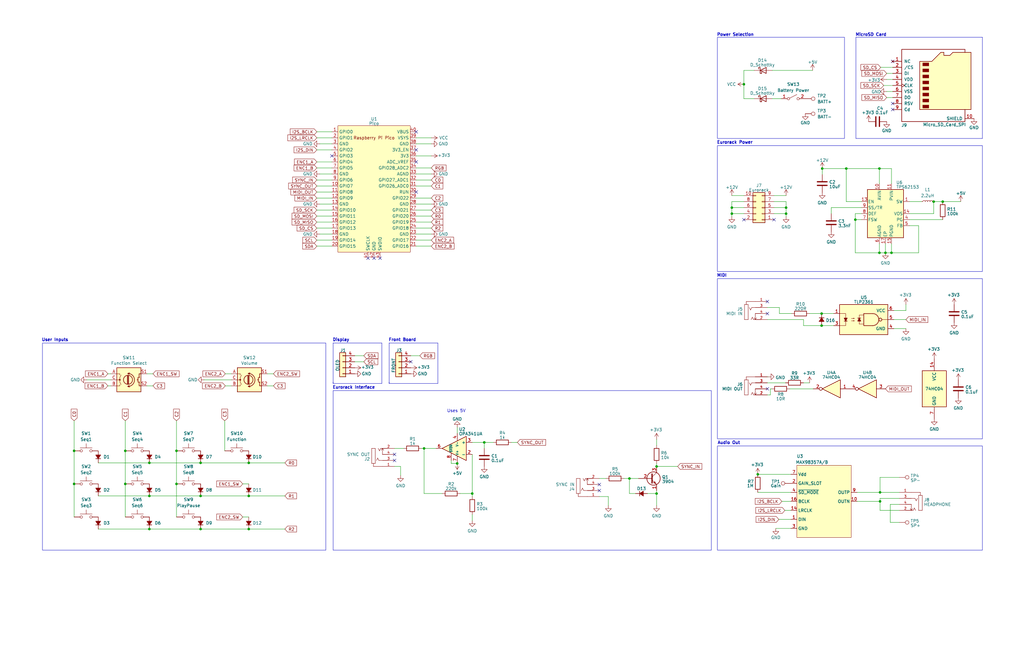
<source format=kicad_sch>
(kicad_sch (version 20230121) (generator eeschema)
  (paper "USLedger")
  (title_block (title "DC31 Syth Badge") (date "2023-05-25") (rev "1.0") (company "DCZia") (comment 1 "@hamster"))
  (junction (at 62.992 223.266))
  (junction (at 104.902 209.296))
  (junction (at 276.86 196.85))
  (junction (at 178.816 189.23))
  (junction (at 31.242 190.246))
  (junction (at 346.456 137.414))
  (junction (at 74.422 190.246))
  (junction (at 192.786 195.58))
  (junction (at 371.094 211.582))
  (junction (at 360.68 92.71))
  (junction (at 62.992 195.326))
  (junction (at 84.582 223.266))
  (junction (at 370.84 71.12))
  (junction (at 265.43 201.93))
  (junction (at 313.69 35.56))
  (junction (at 308.61 90.17))
  (junction (at 371.094 207.772))
  (junction (at 199.136 208.28))
  (junction (at 319.532 200.152))
  (junction (at 393.7 85.09))
  (junction (at 74.422 204.216))
  (junction (at 52.832 190.246))
  (junction (at 375.92 106.68))
  (junction (at 84.582 209.296))
  (junction (at 31.242 204.216))
  (junction (at 204.216 186.69))
  (junction (at 346.456 132.334))
  (junction (at 331.47 90.17))
  (junction (at 104.902 195.326))
  (junction (at 346.71 71.12))
  (junction (at 331.47 87.63))
  (junction (at 370.84 106.68))
  (junction (at 84.582 195.326))
  (junction (at 356.87 71.12))
  (junction (at 373.38 106.68))
  (junction (at 104.902 223.266))
  (junction (at 397.51 85.09))
  (junction (at 276.86 208.28))
  (junction (at 308.61 87.63))
  (junction (at 52.832 204.216))
  (junction (at 62.992 209.296))
  (no_connect (at 252.73 204.47))
  (no_connect (at 175.514 55.626))
  (no_connect (at 323.596 127.254))
  (no_connect (at 175.514 81.026))
  (no_connect (at 252.73 207.01))
  (no_connect (at 313.69 92.71))
  (no_connect (at 173.228 152.654))
  (no_connect (at 323.596 164.084))
  (no_connect (at 323.596 132.334))
  (no_connect (at 166.37 191.77))
  (no_connect (at 376.428 46.228))
  (no_connect (at 139.954 65.786))
  (no_connect (at 166.37 194.31))
  (no_connect (at 175.514 63.246))
  (no_connect (at 160.274 108.966))
  (no_connect (at 326.39 92.71))
  (no_connect (at 376.428 25.908))
  (no_connect (at 155.194 108.966))
  (no_connect (at 175.514 68.326))
  (no_connect (at 376.428 43.688))
  (no_connect (at 157.734 108.966))
  (wire (pts (xy 168.91 196.85) (xy 168.91 200.66)))
  (wire (pts (xy 371.094 211.582) (xy 371.094 210.312)))
  (wire (pts (xy 186.436 208.28) (xy 178.816 208.28)))
  (polyline (pts (xy 140.462 144.78) (xy 140.462 161.798)))
  (polyline (pts (xy 164.084 144.78) (xy 164.084 161.798)))
  (wire (pts (xy 375.92 106.68) (xy 373.38 106.68)))
  (wire (pts (xy 104.902 209.296) (xy 120.142 209.296)))
  (wire (pts (xy 324.866 166.624) (xy 324.866 164.084)))
  (wire (pts (xy 133.604 88.646) (xy 139.954 88.646)))
  (wire (pts (xy 74.422 177.546) (xy 74.422 190.246)))
  (wire (pts (xy 308.61 87.63) (xy 313.69 87.63)))
  (wire (pts (xy 331.47 85.09) (xy 331.47 87.63)))
  (wire (pts (xy 373.888 30.988) (xy 376.428 30.988)))
  (wire (pts (xy 267.97 208.28) (xy 265.43 208.28)))
  (wire (pts (xy 74.422 204.216) (xy 74.422 218.186)))
  (polyline (pts (xy 161.036 161.798) (xy 161.036 144.78)))
  (wire (pts (xy 379.222 212.852) (xy 375.412 212.852)))
  (wire (pts (xy 356.87 71.12) (xy 356.87 85.09)))
  (wire (pts (xy 41.402 209.296) (xy 62.992 209.296)))
  (wire (pts (xy 252.73 201.93) (xy 255.524 201.93)))
  (wire (pts (xy 346.456 137.414) (xy 351.536 137.414)))
  (wire (pts (xy 360.68 92.71) (xy 363.22 92.71)))
  (wire (pts (xy 328.676 129.794) (xy 328.676 132.334)))
  (wire (pts (xy 363.22 90.17) (xy 360.68 90.17)))
  (wire (pts (xy 350.52 87.63) (xy 350.52 90.17)))
  (wire (pts (xy 371.094 211.582) (xy 371.094 215.392)))
  (wire (pts (xy 330.962 215.392) (xy 333.502 215.392)))
  (wire (pts (xy 175.514 58.166) (xy 181.864 58.166)))
  (wire (pts (xy 199.136 191.77) (xy 199.136 208.28)))
  (wire (pts (xy 356.87 85.09) (xy 363.22 85.09)))
  (wire (pts (xy 276.86 208.28) (xy 276.86 213.36)))
  (polyline (pts (xy 161.036 144.78) (xy 140.462 144.78)))
  (wire (pts (xy 104.902 223.266) (xy 120.142 223.266)))
  (wire (pts (xy 308.61 82.55) (xy 313.69 82.55)))
  (wire (pts (xy 325.628 41.656) (xy 329.438 41.656)))
  (wire (pts (xy 94.996 162.814) (xy 97.536 162.814)))
  (polyline (pts (xy 184.658 161.798) (xy 184.658 144.78)))
  (wire (pts (xy 375.412 220.472) (xy 379.222 220.472)))
  (wire (pts (xy 31.242 190.246) (xy 31.242 204.216)))
  (wire (pts (xy 371.348 28.448) (xy 376.428 28.448)))
  (wire (pts (xy 370.84 71.12) (xy 370.84 77.47)))
  (wire (pts (xy 62.992 195.326) (xy 84.582 195.326)))
  (wire (pts (xy 379.222 210.312) (xy 371.094 210.312)))
  (wire (pts (xy 102.362 218.186) (xy 104.902 218.186)))
  (wire (pts (xy 313.69 35.56) (xy 313.69 41.656)))
  (wire (pts (xy 112.776 157.734) (xy 115.316 157.734)))
  (wire (pts (xy 376.936 131.064) (xy 382.016 131.064)))
  (wire (pts (xy 360.68 106.68) (xy 370.84 106.68)))
  (wire (pts (xy 273.05 208.28) (xy 276.86 208.28)))
  (wire (pts (xy 139.954 73.406) (xy 134.874 73.406)))
  (wire (pts (xy 94.742 177.546) (xy 94.742 190.246)))
  (wire (pts (xy 323.596 129.794) (xy 328.676 129.794)))
  (wire (pts (xy 52.832 177.546) (xy 52.832 190.246)))
  (wire (pts (xy 166.37 189.23) (xy 170.18 189.23)))
  (wire (pts (xy 133.604 55.626) (xy 139.954 55.626)))
  (wire (pts (xy 383.54 95.25) (xy 387.35 95.25)))
  (wire (pts (xy 175.514 93.726) (xy 181.864 93.726)))
  (wire (pts (xy 373.888 38.608) (xy 376.428 38.608)))
  (wire (pts (xy 376.936 138.684) (xy 382.016 138.684)))
  (wire (pts (xy 338.836 134.874) (xy 338.836 137.414)))
  (wire (pts (xy 393.7 90.17) (xy 393.7 85.09)))
  (wire (pts (xy 52.832 190.246) (xy 52.832 204.216)))
  (wire (pts (xy 265.43 201.93) (xy 269.24 201.93)))
  (polyline (pts (xy 360.934 15.748) (xy 414.274 15.748)))
  (wire (pts (xy 31.242 177.546) (xy 31.242 190.246)))
  (wire (pts (xy 308.61 87.63) (xy 308.61 90.17)))
  (wire (pts (xy 373.38 102.87) (xy 373.38 106.68)))
  (wire (pts (xy 256.54 209.55) (xy 256.54 213.36)))
  (polyline (pts (xy 140.462 161.798) (xy 161.036 161.798)))
  (wire (pts (xy 382.016 131.064) (xy 382.016 128.524)))
  (wire (pts (xy 313.69 35.56) (xy 313.69 29.718)))
  (wire (pts (xy 139.954 98.806) (xy 134.874 98.806)))
  (wire (pts (xy 175.514 75.946) (xy 181.864 75.946)))
  (wire (pts (xy 133.604 103.886) (xy 139.954 103.886)))
  (wire (pts (xy 190.246 194.31) (xy 190.246 195.58)))
  (wire (pts (xy 175.514 101.346) (xy 181.864 101.346)))
  (wire (pts (xy 360.68 90.17) (xy 360.68 92.71)))
  (polyline (pts (xy 140.462 161.798) (xy 140.462 161.29)))
  (wire (pts (xy 393.7 85.09) (xy 397.51 85.09)))
  (wire (pts (xy 36.576 160.274) (xy 46.736 160.274)))
  (wire (pts (xy 324.866 164.084) (xy 325.374 164.084)))
  (wire (pts (xy 192.786 180.34) (xy 192.786 182.88)))
  (wire (pts (xy 361.442 207.772) (xy 371.094 207.772)))
  (wire (pts (xy 318.008 41.656) (xy 313.69 41.656)))
  (wire (pts (xy 323.596 161.544) (xy 331.216 161.544)))
  (wire (pts (xy 346.456 132.334) (xy 351.536 132.334)))
  (wire (pts (xy 373.888 33.528) (xy 376.428 33.528)))
  (wire (pts (xy 175.514 103.886) (xy 181.864 103.886)))
  (wire (pts (xy 175.514 83.566) (xy 181.864 83.566)))
  (wire (pts (xy 308.61 85.09) (xy 308.61 87.63)))
  (wire (pts (xy 133.604 68.326) (xy 139.954 68.326)))
  (wire (pts (xy 338.836 137.414) (xy 346.456 137.414)))
  (wire (pts (xy 346.71 73.66) (xy 346.71 71.12)))
  (wire (pts (xy 276.86 208.28) (xy 276.86 207.01)))
  (wire (pts (xy 52.832 204.216) (xy 52.832 218.186)))
  (wire (pts (xy 326.39 87.63) (xy 331.47 87.63)))
  (wire (pts (xy 360.68 92.71) (xy 360.68 106.68)))
  (wire (pts (xy 139.954 60.706) (xy 134.874 60.706)))
  (wire (pts (xy 104.902 195.326) (xy 120.142 195.326)))
  (wire (pts (xy 133.604 91.186) (xy 139.954 91.186)))
  (wire (pts (xy 383.54 85.09) (xy 388.62 85.09)))
  (wire (pts (xy 175.514 65.786) (xy 181.864 65.786)))
  (polyline (pts (xy 164.084 144.78) (xy 164.084 144.78)))
  (wire (pts (xy 326.39 82.55) (xy 331.47 82.55)))
  (wire (pts (xy 375.92 102.87) (xy 375.92 106.68)))
  (wire (pts (xy 263.144 201.93) (xy 265.43 201.93)))
  (wire (pts (xy 325.628 29.718) (xy 342.646 29.718)))
  (wire (pts (xy 308.61 90.17) (xy 308.61 91.44)))
  (wire (pts (xy 175.514 78.486) (xy 181.864 78.486)))
  (wire (pts (xy 45.466 162.814) (xy 46.736 162.814)))
  (wire (pts (xy 46.736 157.734) (xy 45.466 157.734)))
  (polyline (pts (xy 184.658 144.78) (xy 164.084 144.78)))
  (wire (pts (xy 370.84 106.68) (xy 373.38 106.68)))
  (wire (pts (xy 204.216 186.69) (xy 204.216 189.23)))
  (wire (pts (xy 363.22 87.63) (xy 350.52 87.63)))
  (wire (pts (xy 194.056 208.28) (xy 199.136 208.28)))
  (wire (pts (xy 133.604 101.346) (xy 139.954 101.346)))
  (wire (pts (xy 375.92 77.47) (xy 375.92 71.12)))
  (wire (pts (xy 376.936 134.874) (xy 382.016 134.874)))
  (polyline (pts (xy 164.084 161.798) (xy 184.658 161.798)))
  (wire (pts (xy 375.412 212.852) (xy 375.412 220.472)))
  (wire (pts (xy 112.776 162.814) (xy 115.316 162.814)))
  (wire (pts (xy 139.954 81.026) (xy 133.604 81.026)))
  (wire (pts (xy 133.604 83.566) (xy 139.954 83.566)))
  (wire (pts (xy 361.442 211.582) (xy 371.094 211.582)))
  (wire (pts (xy 190.246 195.58) (xy 192.786 195.58)))
  (wire (pts (xy 139.954 86.106) (xy 134.874 86.106)))
  (wire (pts (xy 153.416 150.114) (xy 149.606 150.114)))
  (wire (pts (xy 331.47 90.17) (xy 331.47 91.44)))
  (wire (pts (xy 346.71 71.12) (xy 356.87 71.12)))
  (wire (pts (xy 276.86 195.58) (xy 276.86 196.85)))
  (wire (pts (xy 139.954 78.486) (xy 133.604 78.486)))
  (wire (pts (xy 383.54 92.71) (xy 397.51 92.71)))
  (wire (pts (xy 379.222 207.772) (xy 371.094 207.772)))
  (polyline (pts (xy 414.274 58.42) (xy 414.274 15.748)))
  (wire (pts (xy 338.836 161.544) (xy 341.376 161.544)))
  (wire (pts (xy 276.86 185.42) (xy 276.86 187.96)))
  (wire (pts (xy 199.136 217.17) (xy 199.136 219.71)))
  (wire (pts (xy 379.222 215.392) (xy 371.094 215.392)))
  (polyline (pts (xy 140.462 144.78) (xy 140.462 144.78)))
  (wire (pts (xy 133.604 58.166) (xy 139.954 58.166)))
  (wire (pts (xy 84.582 195.326) (xy 104.902 195.326)))
  (wire (pts (xy 265.43 208.28) (xy 265.43 201.93)))
  (wire (pts (xy 387.35 95.25) (xy 387.35 106.68)))
  (wire (pts (xy 97.536 157.734) (xy 94.996 157.734)))
  (wire (pts (xy 372.618 36.068) (xy 376.428 36.068)))
  (wire (pts (xy 175.514 60.706) (xy 181.864 60.706)))
  (wire (pts (xy 252.73 209.55) (xy 256.54 209.55)))
  (wire (pts (xy 62.992 223.266) (xy 84.582 223.266)))
  (wire (pts (xy 178.816 189.23) (xy 183.896 189.23)))
  (wire (pts (xy 175.514 98.806) (xy 181.864 98.806)))
  (wire (pts (xy 133.604 75.946) (xy 139.954 75.946)))
  (wire (pts (xy 166.37 196.85) (xy 168.91 196.85)))
  (wire (pts (xy 375.92 71.12) (xy 370.84 71.12)))
  (wire (pts (xy 323.596 134.874) (xy 338.836 134.874)))
  (wire (pts (xy 175.514 86.106) (xy 181.864 86.106)))
  (wire (pts (xy 133.604 63.246) (xy 139.954 63.246)))
  (wire (pts (xy 133.604 70.866) (xy 139.954 70.866)))
  (wire (pts (xy 329.692 211.582) (xy 333.502 211.582)))
  (wire (pts (xy 370.84 71.12) (xy 356.87 71.12)))
  (wire (pts (xy 177.038 150.114) (xy 173.228 150.114)))
  (wire (pts (xy 133.604 93.726) (xy 139.954 93.726)))
  (wire (pts (xy 379.222 201.422) (xy 371.094 201.422)))
  (wire (pts (xy 323.596 159.004) (xy 323.85 159.004)))
  (wire (pts (xy 323.596 166.624) (xy 324.866 166.624)))
  (wire (pts (xy 41.402 223.266) (xy 62.992 223.266)))
  (wire (pts (xy 373.888 41.148) (xy 376.428 41.148)))
  (wire (pts (xy 74.422 190.246) (xy 74.422 204.216)))
  (wire (pts (xy 86.106 160.274) (xy 97.536 160.274)))
  (polyline (pts (xy 360.934 58.42) (xy 414.274 58.42)))
  (wire (pts (xy 327.152 223.012) (xy 333.502 223.012)))
  (wire (pts (xy 328.676 132.334) (xy 333.756 132.334)))
  (wire (pts (xy 332.994 164.084) (xy 342.9 164.084)))
  (wire (pts (xy 341.376 132.334) (xy 346.456 132.334)))
  (wire (pts (xy 175.514 96.266) (xy 181.864 96.266)))
  (wire (pts (xy 153.416 152.654) (xy 149.606 152.654)))
  (wire (pts (xy 326.39 90.17) (xy 331.47 90.17)))
  (wire (pts (xy 41.402 195.326) (xy 62.992 195.326)))
  (wire (pts (xy 175.514 91.186) (xy 181.864 91.186)))
  (wire (pts (xy 177.8 189.23) (xy 178.816 189.23)))
  (wire (pts (xy 387.35 106.68) (xy 375.92 106.68)))
  (wire (pts (xy 308.61 90.17) (xy 313.69 90.17)))
  (polyline (pts (xy 360.934 15.748) (xy 360.934 58.42)))
  (wire (pts (xy 175.514 88.646) (xy 181.864 88.646)))
  (wire (pts (xy 133.604 96.266) (xy 139.954 96.266)))
  (wire (pts (xy 328.422 219.202) (xy 333.502 219.202)))
  (wire (pts (xy 61.976 162.814) (xy 64.516 162.814)))
  (wire (pts (xy 313.69 85.09) (xy 308.61 85.09)))
  (wire (pts (xy 199.136 186.69) (xy 204.216 186.69)))
  (wire (pts (xy 383.54 90.17) (xy 393.7 90.17)))
  (wire (pts (xy 397.51 85.09) (xy 405.13 85.09)))
  (polyline (pts (xy 164.084 161.798) (xy 164.084 161.29)))
  (wire (pts (xy 61.976 157.734) (xy 64.516 157.734)))
  (wire (pts (xy 333.502 207.772) (xy 319.532 207.772)))
  (wire (pts (xy 199.136 208.28) (xy 199.136 209.55)))
  (wire (pts (xy 178.816 208.28) (xy 178.816 189.23)))
  (wire (pts (xy 175.514 70.866) (xy 181.864 70.866)))
  (wire (pts (xy 204.216 186.69) (xy 208.026 186.69)))
  (wire (pts (xy 102.362 204.216) (xy 104.902 204.216)))
  (wire (pts (xy 326.39 85.09) (xy 331.47 85.09)))
  (wire (pts (xy 84.582 209.296) (xy 104.902 209.296)))
  (wire (pts (xy 331.47 87.63) (xy 331.47 90.17)))
  (wire (pts (xy 370.84 102.87) (xy 370.84 106.68)))
  (wire (pts (xy 276.86 196.85) (xy 285.75 196.85)))
  (wire (pts (xy 62.992 209.296) (xy 84.582 209.296)))
  (wire (pts (xy 215.646 186.69) (xy 218.186 186.69)))
  (wire (pts (xy 31.242 204.216) (xy 31.242 218.186)))
  (wire (pts (xy 175.514 73.406) (xy 181.864 73.406)))
  (wire (pts (xy 319.532 200.152) (xy 333.502 200.152)))
  (wire (pts (xy 371.094 201.422) (xy 371.094 207.772)))
  (wire (pts (xy 313.69 29.718) (xy 318.008 29.718)))
  (wire (pts (xy 84.582 223.266) (xy 104.902 223.266)))
  (rectangle (start 302.514 188.214) (end 414.274 232.156))
  (rectangle (start 140.462 164.846) (end 299.974 232.156))
  (rectangle (start 17.907 144.78) (end 137.414 232.156))
  (rectangle (start 302.514 61.468) (end 414.274 114.554))
  (rectangle (start 302.514 117.602) (end 414.274 185.166))
  (rectangle (start 302.514 15.748) (end 356.108 58.42))
  (text "Uses 5V" (at 188.468 174.244 0) (effects (font (size 1.27 1.27)) (justify left bottom)))
  (text "Display" (at 140.208 144.272 0) (effects (font (size 1.27 1.27) (thickness 0.254) bold) (justify left bottom)))
  (text "Power Selection" (at 302.26 15.494 0) (effects (font (size 1.27 1.27) (thickness 0.254) bold) (justify left bottom)))
  (text "User Inputs" (at 17.526 144.272 0) (effects (font (size 1.27 1.27) (thickness 0.254) bold) (justify left bottom)))
  (text "MicroSD Card" (at 360.68 15.494 0) (effects (font (size 1.27 1.27) (thickness 0.254) bold) (justify left bottom)))
  (text "Audio Out" (at 302.514 187.706 0) (effects (font (size 1.27 1.27) (thickness 0.254) bold) (justify left bottom)))
  (text "MIDI" (at 302.26 117.094 0) (effects (font (size 1.27 1.27) (thickness 0.254) bold) (justify left bottom)))
  (text "Eurorack Power" (at 302.26 60.96 0) (effects (font (size 1.27 1.27) (thickness 0.254) bold) (justify left bottom)))
  (text "Front Board" (at 163.83 144.272 0) (effects (font (size 1.27 1.27) (thickness 0.254) bold) (justify left bottom)))
  (text "Eurorack Interface" (at 140.208 164.338 0) (effects (font (size 1.27 1.27) (thickness 0.254) bold) (justify left bottom)))
  (global_label "SD_SCK" (shape input) (at 133.604 88.646 180) (property "Intersheetrefs" "${INTERSHEET_REFS}" (effects hide)))
  (global_label "SDA" (shape input) (at 153.416 150.114 0) (property "Intersheetrefs" "${INTERSHEET_REFS}" (effects hide)))
  (global_label "R0" (shape input) (at 120.142 195.326 0) (property "Intersheetrefs" "${INTERSHEET_REFS}" (effects hide)))
  (global_label "I2S_BCLK" (shape input) (at 133.604 55.626 180) (property "Intersheetrefs" "${INTERSHEET_REFS}" (effects hide)))
  (global_label "I2S_LRCLK" (shape input) (at 330.962 215.392 180) (property "Intersheetrefs" "${INTERSHEET_REFS}" (effects hide)))
  (global_label "I2S_LRCLK" (shape input) (at 133.604 58.166 180) (property "Intersheetrefs" "${INTERSHEET_REFS}" (effects hide)))
  (global_label "R0" (shape input) (at 181.864 91.186 0) (property "Intersheetrefs" "${INTERSHEET_REFS}" (effects hide)))
  (global_label "SYNC_IN" (shape input) (at 285.75 196.85 0) (property "Intersheetrefs" "${INTERSHEET_REFS}" (effects hide)))
  (global_label "SCL" (shape input) (at 133.604 101.346 180) (property "Intersheetrefs" "${INTERSHEET_REFS}" (effects hide)))
  (global_label "C3" (shape input) (at 115.316 162.814 0) (property "Intersheetrefs" "${INTERSHEET_REFS}" (effects hide)))
  (global_label "MIDI_IN" (shape input) (at 382.016 134.874 0) (property "Intersheetrefs" "${INTERSHEET_REFS}" (effects hide)))
  (global_label "SD_MOSI" (shape input) (at 373.888 30.988 180) (property "Intersheetrefs" "${INTERSHEET_REFS}" (effects hide)))
  (global_label "SD_CS" (shape input) (at 133.604 96.266 180) (property "Intersheetrefs" "${INTERSHEET_REFS}" (effects hide)))
  (global_label "I2S_DIN" (shape input) (at 328.422 219.202 180) (property "Intersheetrefs" "${INTERSHEET_REFS}" (effects hide)))
  (global_label "SDA" (shape input) (at 133.604 103.886 180) (property "Intersheetrefs" "${INTERSHEET_REFS}" (effects hide)))
  (global_label "SD_MISO" (shape input) (at 133.604 93.726 180) (property "Intersheetrefs" "${INTERSHEET_REFS}" (effects hide)))
  (global_label "C2" (shape input) (at 181.864 83.566 0) (property "Intersheetrefs" "${INTERSHEET_REFS}" (effects hide)))
  (global_label "C1" (shape input) (at 181.864 78.486 0) (property "Intersheetrefs" "${INTERSHEET_REFS}" (effects hide)))
  (global_label "C3" (shape input) (at 181.864 88.646 0) (property "Intersheetrefs" "${INTERSHEET_REFS}" (effects hide)))
  (global_label "SYNC_IN" (shape input) (at 133.604 75.946 180) (property "Intersheetrefs" "${INTERSHEET_REFS}" (effects hide)))
  (global_label "ENC2_B" (shape input) (at 181.864 103.886 0) (property "Intersheetrefs" "${INTERSHEET_REFS}" (effects hide)))
  (global_label "ENC1_B" (shape input) (at 133.604 70.866 180) (property "Intersheetrefs" "${INTERSHEET_REFS}" (effects hide)))
  (global_label "I2S_BCLK" (shape input) (at 329.692 211.582 180) (property "Intersheetrefs" "${INTERSHEET_REFS}" (effects hide)))
  (global_label "ENC2_B" (shape input) (at 94.996 162.814 180) (property "Intersheetrefs" "${INTERSHEET_REFS}" (effects hide)))
  (global_label "SD_MOSI" (shape input) (at 133.604 91.186 180) (property "Intersheetrefs" "${INTERSHEET_REFS}" (effects hide)))
  (global_label "R2" (shape input) (at 120.142 223.266 0) (property "Intersheetrefs" "${INTERSHEET_REFS}" (effects hide)))
  (global_label "ENC1_A" (shape input) (at 45.466 157.734 180) (property "Intersheetrefs" "${INTERSHEET_REFS}" (effects hide)))
  (global_label "MIDI_OUT" (shape input) (at 133.604 81.026 180) (property "Intersheetrefs" "${INTERSHEET_REFS}" (effects hide)))
  (global_label "C0" (shape input) (at 31.242 177.546 90) (property "Intersheetrefs" "${INTERSHEET_REFS}" (effects hide)))
  (global_label "ENC1_A" (shape input) (at 133.604 68.326 180) (property "Intersheetrefs" "${INTERSHEET_REFS}" (effects hide)))
  (global_label "SD_CS" (shape input) (at 371.348 28.448 180) (property "Intersheetrefs" "${INTERSHEET_REFS}" (effects hide)))
  (global_label "ENC1_SW" (shape input) (at 102.362 204.216 180) (property "Intersheetrefs" "${INTERSHEET_REFS}" (effects hide)))
  (global_label "SYNC_OUT" (shape input) (at 218.186 186.69 0) (property "Intersheetrefs" "${INTERSHEET_REFS}" (effects hide)))
  (global_label "ENC2_SW" (shape input) (at 115.316 157.734 0) (property "Intersheetrefs" "${INTERSHEET_REFS}" (effects hide)))
  (global_label "I2S_DIN" (shape input) (at 133.604 63.246 180) (property "Intersheetrefs" "${INTERSHEET_REFS}" (effects hide)))
  (global_label "R1" (shape input) (at 181.864 93.726 0) (property "Intersheetrefs" "${INTERSHEET_REFS}" (effects hide)))
  (global_label "R1" (shape input) (at 120.142 209.296 0) (property "Intersheetrefs" "${INTERSHEET_REFS}" (effects hide)))
  (global_label "MIDI_OUT" (shape input) (at 373.38 164.084 0) (property "Intersheetrefs" "${INTERSHEET_REFS}" (effects hide)))
  (global_label "C0" (shape input) (at 181.864 75.946 0) (property "Intersheetrefs" "${INTERSHEET_REFS}" (effects hide)))
  (global_label "C3" (shape input) (at 64.516 162.814 0) (property "Intersheetrefs" "${INTERSHEET_REFS}" (effects hide)))
  (global_label "RGB" (shape input) (at 177.038 150.114 0) (property "Intersheetrefs" "${INTERSHEET_REFS}" (effects hide)))
  (global_label "R2" (shape input) (at 181.864 96.266 0) (property "Intersheetrefs" "${INTERSHEET_REFS}" (effects hide)))
  (global_label "ENC2_SW" (shape input) (at 102.362 218.186 180) (property "Intersheetrefs" "${INTERSHEET_REFS}" (effects hide)))
  (global_label "SCL" (shape input) (at 153.416 152.654 0) (property "Intersheetrefs" "${INTERSHEET_REFS}" (effects hide)))
  (global_label "MIDI_IN" (shape input) (at 133.604 83.566 180) (property "Intersheetrefs" "${INTERSHEET_REFS}" (effects hide)))
  (global_label "RGB" (shape input) (at 181.864 70.866 0) (property "Intersheetrefs" "${INTERSHEET_REFS}" (effects hide)))
  (global_label "C1" (shape input) (at 52.832 177.546 90) (property "Intersheetrefs" "${INTERSHEET_REFS}" (effects hide)))
  (global_label "SYNC_OUT" (shape input) (at 133.604 78.486 180) (property "Intersheetrefs" "${INTERSHEET_REFS}" (effects hide)))
  (global_label "C3" (shape input) (at 94.742 177.546 90) (property "Intersheetrefs" "${INTERSHEET_REFS}" (effects hide)))
  (global_label "ENC2_A" (shape input) (at 94.996 157.734 180) (property "Intersheetrefs" "${INTERSHEET_REFS}" (effects hide)))
  (global_label "SD_SCK" (shape input) (at 372.618 36.068 180) (property "Intersheetrefs" "${INTERSHEET_REFS}" (effects hide)))
  (global_label "ENC1_B" (shape input) (at 45.466 162.814 180) (property "Intersheetrefs" "${INTERSHEET_REFS}" (effects hide)))
  (global_label "ENC2_A" (shape input) (at 181.864 101.346 0) (property "Intersheetrefs" "${INTERSHEET_REFS}" (effects hide)))
  (global_label "C2" (shape input) (at 74.422 177.546 90) (property "Intersheetrefs" "${INTERSHEET_REFS}" (effects hide)))
  (global_label "SD_MISO" (shape input) (at 373.888 41.148 180) (property "Intersheetrefs" "${INTERSHEET_REFS}" (effects hide)))
  (global_label "ENC1_SW" (shape input) (at 64.516 157.734 0) (property "Intersheetrefs" "${INTERSHEET_REFS}" (effects hide)))
  (symbol (lib_id "Switch:SW_Push") (at 36.322 204.216 0) (unit 1)
    (property "Reference" "SW2" (at 36.322 196.85 0))
    (property "Value" "Seq2" (at 36.322 199.39 0))
    (property "Footprint" "lib_fp:MX-Alps-Choc-1U" (effects hide))
  )
  (symbol (lib_id "power:GND") (at 373.38 106.68 0) (unit 1)
    (property "Reference" "#PWR040" (effects hide))
    (property "Value" "GND" (at 373.38 111.0044 0))
  )
  (symbol (lib_id "Device:D_Small_Filled") (at 41.402 220.726 90) (unit 1)
    (property "Reference" "D3" (at 44.958 220.726 90))
    (property "Value" "D_Small_Filled" (effects hide))
    (property "Footprint" "Diode_SMD:D_SOD-123" (effects hide))
    (property "Sim.Device" "D" (effects hide))
    (property "Sim.Pins" "1=K 2=A" (effects hide))
  )
  (symbol (lib_id "Device:R") (at 190.246 208.28 90) (unit 1)
    (property "Reference" "R2" (at 190.246 204.2541 90))
    (property "Value" "220k" (at 190.246 206.1751 90))
    (property "Footprint" "Resistor_SMD:R_0603_1608Metric" (effects hide))
  )
  (symbol (lib_id "power:+12V") (at 346.71 71.12 0) (unit 1)
    (property "Reference" "#PWR036" (effects hide))
    (property "Value" "+12V" (at 346.71 67.6181 0))
  )
  (symbol (lib_id "Device:D_Small_Filled") (at 62.992 206.756 90) (unit 1)
    (property "Reference" "D5" (at 66.548 206.756 90))
    (property "Value" "D_Small_Filled" (effects hide))
    (property "Footprint" "Diode_SMD:D_SOD-123" (effects hide))
    (property "Sim.Device" "D" (effects hide))
    (property "Sim.Pins" "1=K 2=A" (effects hide))
  )
  (symbol (lib_id "74xx:74HC04") (at 350.52 164.084 180) (unit 1)
    (property "Reference" "U4" (at 350.52 157.2641 0))
    (property "Value" "74HC04" (at 350.52 159.1851 0))
    (property "Footprint" "PCM_Package_SO_AKL:TSSOP-14_4.4x5mm_P0.65mm" (effects hide))
    (property "Datasheet" "https://assets.nexperia.com/documents/data-sheet/74HC_HCT04.pdf" (effects hide))
  )
  (symbol (lib_id "Connector:TestPoint") (at 339.598 48.006 270) (unit 1)
    (property "Reference" "TP3" (at 344.678 46.736 90) (effects (justify left)))
    (property "Value" "BATT-" (at 344.678 49.276 90) (effects (justify left)))
    (property "Footprint" "TestPoint:TestPoint_Pad_1.5x1.5mm" (effects hide))
  )
  (symbol (lib_id "power:GND") (at 181.864 98.806 90) (unit 1)
    (property "Reference" "#PWR015" (effects hide))
    (property "Value" "GND" (at 186.944 98.806 90))
  )
  (symbol (lib_id "power:+3V3") (at 404.114 160.274 0) (unit 1)
    (property "Reference" "#PWR050" (effects hide))
    (property "Value" "+3V3" (at 403.86 156.21 0))
  )
  (symbol (lib_id "Switch:SW_Push") (at 79.502 204.216 0) (unit 1)
    (property "Reference" "SW8" (at 79.502 196.85 0))
    (property "Value" "Seq8" (at 79.502 199.39 0))
    (property "Footprint" "lib_fp:MX-Alps-Choc-1U" (effects hide))
  )
  (symbol (lib_id "power:GND") (at 134.874 73.406 270) (unit 1)
    (property "Reference" "#PWR02" (effects hide))
    (property "Value" "GND" (at 129.794 73.406 90))
  )
  (symbol (lib_id "power:GND") (at 168.91 200.66 0) (unit 1)
    (property "Reference" "#PWR07" (effects hide))
    (property "Value" "GND" (at 168.91 204.9844 0))
  )
  (symbol (lib_id "Device:D_Small_Filled") (at 62.992 220.726 90) (unit 1)
    (property "Reference" "D6" (at 66.548 220.726 90))
    (property "Value" "D_Small_Filled" (effects hide))
    (property "Footprint" "Diode_SMD:D_SOD-123" (effects hide))
    (property "Sim.Device" "D" (effects hide))
    (property "Sim.Pins" "1=K 2=A" (effects hide))
  )
  (symbol (lib_id "Device:R") (at 173.99 189.23 90) (unit 1)
    (property "Reference" "R1" (at 173.99 185.2041 90))
    (property "Value" "1k" (at 173.99 187.1251 90))
    (property "Footprint" "Resistor_SMD:R_0603_1608Metric" (effects hide))
  )
  (symbol (lib_id "power:GND") (at 402.336 136.144 0) (unit 1)
    (property "Reference" "#PWR049" (effects hide))
    (property "Value" "GND" (at 402.336 140.4684 0))
  )
  (symbol (lib_id "power:+3V3") (at 366.268 51.308 0) (unit 1)
    (property "Reference" "#PWR039" (effects hide))
    (property "Value" "+3V3" (at 366.014 47.498 0))
  )
  (symbol (lib_id "power:GND") (at 382.016 138.684 0) (unit 1)
    (property "Reference" "#PWR045" (effects hide))
    (property "Value" "GND" (at 382.016 143.0084 0))
  )
  (symbol (lib_id "Device:C") (at 350.52 93.98 0) (unit 1)
    (property "Reference" "C3" (at 353.441 93.3363 0) (effects (justify left)))
    (property "Value" "3.3nF" (at 353.441 95.2573 0) (effects (justify left)))
    (property "Footprint" "Capacitor_SMD:C_0603_1608Metric" (effects hide))
  )
  (symbol (lib_id "Device:D_Small_Filled") (at 84.582 206.756 90) (unit 1)
    (property "Reference" "D8" (at 88.138 206.756 90))
    (property "Value" "D_Small_Filled" (effects hide))
    (property "Footprint" "Diode_SMD:D_SOD-123" (effects hide))
    (property "Sim.Device" "D" (effects hide))
    (property "Sim.Pins" "1=K 2=A" (effects hide))
  )
  (symbol (lib_id "Switch:SW_Push") (at 79.502 218.186 0) (unit 1)
    (property "Reference" "SW9" (at 79.502 210.82 0))
    (property "Value" "PlayPause" (at 79.502 213.36 0))
    (property "Footprint" "lib_fp:MX-Alps-Choc-1U" (effects hide))
  )
  (symbol (lib_id "power:+5V") (at 342.646 29.718 0) (unit 1)
    (property "Reference" "#PWR034" (effects hide))
    (property "Value" "+5V" (at 342.646 26.2161 0))
  )
  (symbol (lib_id "power:GND") (at 350.52 97.79 0) (unit 1)
    (property "Reference" "#PWR038" (effects hide))
    (property "Value" "GND" (at 350.52 102.1144 0))
  )
  (symbol (lib_id "Device:Q_NPN_EBC") (at 274.32 201.93 0) (unit 1)
    (property "Reference" "Q1" (at 279.1714 201.2863 0) (effects (justify left)))
    (property "Value" "3904" (at 279.1714 203.2073 0) (effects (justify left)))
    (property "Footprint" "Package_TO_SOT_SMD:SOT-23" (effects hide))
    (property "Sim.Device" "NPN" (effects hide))
    (property "Sim.Type" "GUMMELPOON" (effects hide))
    (property "Sim.Pins" "1=C 2=B 3=E" (effects hide))
  )
  (symbol (lib_id "Device:R") (at 259.334 201.93 90) (unit 1)
    (property "Reference" "R5" (at 259.334 197.9041 90))
    (property "Value" "100k" (at 259.334 199.8251 90))
    (property "Footprint" "Resistor_SMD:R_0603_1608Metric" (effects hide))
  )
  (symbol (lib_id "Switch:SW_Push") (at 57.912 218.186 0) (unit 1)
    (property "Reference" "SW6" (at 57.912 210.82 0))
    (property "Value" "Seq6" (at 57.912 213.36 0))
    (property "Footprint" "lib_fp:MX-Alps-Choc-1U" (effects hide))
  )
  (symbol (lib_id "power:VCC") (at 313.69 35.56 90) (unit 1)
    (property "Reference" "#PWR027" (effects hide))
    (property "Value" "VCC" (at 310.388 35.56 90) (effects (justify left)))
  )
  (symbol (lib_id "power:GND") (at 134.874 60.706 270) (unit 1)
    (property "Reference" "#PWR01" (effects hide))
    (property "Value" "GND" (at 129.794 60.706 90))
  )
  (symbol (lib_id "MicroSD-Retention:Micro_SD_Card_SPI_Seeed-MicroSD-SPI-Seeed") (at 394.208 34.798 0) (unit 1)
    (property "Reference" "J9" (at 381.254 52.832 0))
    (property "Value" "Micro_SD_Card_SPI" (at 398.272 52.578 0))
    (property "Footprint" "lib_fp:MicroSD-Socket-Seeed-320090008" (effects hide))
    (property "Datasheet" "https://statics3.seeedstudio.com/images/opl/datasheet/320090008.pdf" (effects hide))
  )
  (symbol (lib_id "power:+12V") (at 331.47 82.55 0) (unit 1)
    (property "Reference" "#PWR031" (effects hide))
    (property "Value" "+12V" (at 331.47 79.0481 0))
  )
  (symbol (lib_id "Device:D_Schottky") (at 321.818 29.718 0) (unit 1)
    (property "Reference" "D14" (at 321.5005 25.4381 0))
    (property "Value" "D_Schottky" (at 321.5005 27.3591 0))
  )
  (symbol (lib_id "power:GND") (at 339.598 48.006 0) (unit 1)
    (property "Reference" "#PWR033" (effects hide))
    (property "Value" "GND" (at 339.598 51.816 0))
  )
  (symbol (lib_id "power:+3V3") (at 149.606 155.194 270) (unit 1)
    (property "Reference" "#PWR05" (effects hide))
    (property "Value" "+3V3" (at 154.94 154.94 90))
  )
  (symbol (lib_id "power:GND") (at 327.152 223.012 0) (unit 1)
    (property "Reference" "#PWR030" (effects hide))
    (property "Value" "GND" (at 327.152 226.822 0))
  )
  (symbol (lib_id "power:GND") (at 276.86 213.36 0) (unit 1)
    (property "Reference" "#PWR023" (effects hide))
    (property "Value" "GND" (at 276.86 217.6844 0))
  )
  (symbol (lib_id "power:+3V3") (at 373.888 33.528 90) (unit 1)
    (property "Reference" "#PWR041" (effects hide))
    (property "Value" "+3V3" (at 368.554 33.782 90))
  )
  (symbol (lib_id "Connector:TestPoint") (at 339.598 41.656 270) (unit 1)
    (property "Reference" "TP2" (at 344.678 40.386 90) (effects (justify left)))
    (property "Value" "BATT+" (at 344.678 42.926 90) (effects (justify left)))
    (property "Footprint" "TestPoint:TestPoint_Pad_1.5x1.5mm" (effects hide))
  )
  (symbol (lib_id "47257-0001:47257-0001") (at 161.29 191.77 180) (unit 1)
    (property "Reference" "J2" (at 156.0068 193.6837 0) (effects (justify left)))
    (property "Value" "SYNC OUT" (at 156.0068 191.7627 0) (effects (justify left)))
    (property "Footprint" "lib_fp:MOLEX_47257-0001" (effects hide))
    (property "PARTREV" "D" (effects hide))
    (property "MANUFACTURER" "Molex" (effects hide))
    (property "MAXIMUM_PACKAGE_HEIGHT" "16.3mm" (effects hide))
    (property "STANDARD" "Manufacturer Recommendations" (effects hide))
  )
  (symbol (lib_id "Device:C") (at 404.114 164.084 0) (unit 1)
    (property "Reference" "C6" (at 407.035 163.4403 0) (effects (justify left)))
    (property "Value" "0.1uF" (at 407.035 165.3613 0) (effects (justify left)))
    (property "Footprint" "Capacitor_SMD:C_0603_1608Metric" (effects hide))
  )
  (symbol (lib_id "power:+3V3") (at 181.864 65.786 270) (unit 1)
    (property "Reference" "#PWR012" (effects hide))
    (property "Value" "+3V3" (at 187.198 65.532 90))
  )
  (symbol (lib_id "Connector:TestPoint") (at 379.222 201.422 270) (unit 1)
    (property "Reference" "TP4" (at 383.921 200.7783 90) (effects (justify left)))
    (property "Value" "SP-" (at 383.921 202.6993 90) (effects (justify left)))
    (property "Footprint" "TestPoint:TestPoint_Pad_1.5x1.5mm" (effects hide))
  )
  (symbol (lib_id "power:GND") (at 36.576 160.274 270) (unit 1)
    (property "Reference" "#PWR021" (effects hide))
    (property "Value" "GND" (at 31.75 160.274 90))
  )
  (symbol (lib_id "power:GND") (at 134.874 98.806 270) (unit 1)
    (property "Reference" "#PWR04" (effects hide))
    (property "Value" "GND" (at 129.794 98.806 90))
  )
  (symbol (lib_id "Connector_Generic:Conn_01x04") (at 144.526 155.194 180) (unit 1)
    (property "Reference" "J1" (at 144.653 147.828 0))
    (property "Value" "OLED" (at 142.367 154.178 90))
    (property "Footprint" "lib_fp:OLED" (effects hide))
  )
  (symbol (lib_id "power:GND") (at 323.85 159.004 90) (unit 1)
    (property "Reference" "#PWR029" (effects hide))
    (property "Value" "GND" (at 327.025 159.3208 90) (effects (justify right)))
  )
  (symbol (lib_id "Switch:SW_Push") (at 57.912 204.216 0) (unit 1)
    (property "Reference" "SW5" (at 57.912 196.85 0))
    (property "Value" "Seq5" (at 57.912 199.39 0))
    (property "Footprint" "lib_fp:MX-Alps-Choc-1U" (effects hide))
  )
  (symbol (lib_id "47257-0001:47257-0001") (at 318.516 132.334 0) (mirror y) (unit 1)
    (property "Reference" "J5" (at 313.2328 130.4203 0) (effects (justify left)))
    (property "Value" "MIDI IN" (at 313.2328 132.3413 0) (effects (justify left)))
    (property "Footprint" "lib_fp:MOLEX_47257-0001" (effects hide))
    (property "PARTREV" "D" (effects hide))
    (property "MANUFACTURER" "Molex" (effects hide))
    (property "MAXIMUM_PACKAGE_HEIGHT" "16.3mm" (effects hide))
    (property "STANDARD" "Manufacturer Recommendations" (effects hide))
  )
  (symbol (lib_id "47257-0001:47257-0001") (at 318.516 164.084 0) (mirror y) (unit 1)
    (property "Reference" "J6" (at 313.2328 162.1703 0) (effects (justify left)))
    (property "Value" "MIDI OUT" (at 313.2328 164.0913 0) (effects (justify left)))
    (property "Footprint" "lib_fp:MOLEX_47257-0001" (effects hide))
    (property "PARTREV" "D" (effects hide))
    (property "MANUFACTURER" "Molex" (effects hide))
    (property "MAXIMUM_PACKAGE_HEIGHT" "16.3mm" (effects hide))
    (property "STANDARD" "Manufacturer Recommendations" (effects hide))
  )
  (symbol (lib_id "Device:D_Small_Filled") (at 62.992 192.786 90) (unit 1)
    (property "Reference" "D4" (at 66.548 192.786 90))
    (property "Value" "D_Small_Filled" (effects hide))
    (property "Footprint" "Diode_SMD:D_SOD-123" (effects hide))
    (property "Sim.Device" "D" (effects hide))
    (property "Sim.Pins" "1=K 2=A" (effects hide))
  )
  (symbol (lib_id "power:GND") (at 199.136 219.71 0) (unit 1)
    (property "Reference" "#PWR018" (effects hide))
    (property "Value" "GND" (at 199.136 224.0344 0))
  )
  (symbol (lib_id "Connector_Generic:Conn_01x04") (at 168.148 155.194 180) (unit 1)
    (property "Reference" "J3" (at 168.275 147.828 0))
    (property "Value" "FRONT" (at 165.989 154.178 90))
    (property "Footprint" "lib_fp:OLED" (effects hide))
  )
  (symbol (lib_id "power:GND") (at 149.606 157.734 90) (unit 1)
    (property "Reference" "#PWR06" (effects hide))
    (property "Value" "GND" (at 154.559 157.734 90))
  )
  (symbol (lib_id "Switch:SW_Push") (at 57.912 190.246 0) (unit 1)
    (property "Reference" "SW4" (at 57.912 182.88 0))
    (property "Value" "Seq4" (at 57.912 185.42 0))
    (property "Footprint" "lib_fp:MX-Alps-Choc-1U" (effects hide))
  )
  (symbol (lib_id "Device:D_Small_Filled") (at 104.902 220.726 90) (unit 1)
    (property "Reference" "D12" (at 108.458 220.726 90))
    (property "Value" "D_Small_Filled" (effects hide))
    (property "Footprint" "Diode_SMD:D_SOD-123" (effects hide))
    (property "Sim.Device" "D" (effects hide))
    (property "Sim.Pins" "1=K 2=A" (effects hide))
  )
  (symbol (lib_id "Device:D_Small_Filled") (at 104.902 206.756 90) (unit 1)
    (property "Reference" "D11" (at 108.458 206.756 90))
    (property "Value" "D_Small_Filled" (effects hide))
    (property "Footprint" "Diode_SMD:D_SOD-123" (effects hide))
    (property "Sim.Device" "D" (effects hide))
    (property "Sim.Pins" "1=K 2=A" (effects hide))
  )
  (symbol (lib_id "power:GND") (at 86.106 160.274 270) (unit 1)
    (property "Reference" "#PWR026" (effects hide))
    (property "Value" "GND" (at 81.28 160.274 90))
  )
  (symbol (lib_id "laser-theremin-rescue:Rotary_Encoder_Switch-Device") (at 105.156 160.274 0) (unit 1)
    (property "Reference" "SW12" (at 105.156 150.9522 0))
    (property "Value" "Volume" (at 105.156 153.2636 0))
    (property "Footprint" "lib_fp:RotaryEncoder" (effects hide))
  )
  (symbol (lib_id "Device:C") (at 370.078 51.308 270) (unit 1)
    (property "Reference" "C4" (at 371.094 45.72 90))
    (property "Value" "0.1uF" (at 371.856 47.498 90))
    (property "Footprint" "Capacitor_SMD:C_0603_1608Metric" (effects hide))
  )
  (symbol (lib_id "Device:R") (at 337.566 132.334 90) (unit 1)
    (property "Reference" "R10" (at 337.566 128.3081 90))
    (property "Value" "220R" (at 337.566 130.2291 90))
    (property "Footprint" "Resistor_SMD:R_0603_1608Metric" (effects hide))
  )
  (symbol (lib_id "Switch:SW_Push") (at 99.822 190.246 0) (unit 1)
    (property "Reference" "SW10" (at 99.822 182.88 0))
    (property "Value" "Function" (at 99.822 185.42 0))
    (property "Footprint" "lib_fp:MX-Alps-Choc-1U" (effects hide))
  )
  (symbol (lib_id "Device:D_Small_Filled") (at 41.402 206.756 90) (unit 1)
    (property "Reference" "D2" (at 44.958 206.756 90))
    (property "Value" "D_Small_Filled" (effects hide))
    (property "Footprint" "Diode_SMD:D_SOD-123" (effects hide))
    (property "Sim.Device" "D" (effects hide))
    (property "Sim.Pins" "1=K 2=A" (effects hide))
  )
  (symbol (lib_id "Device:D_Small_Filled") (at 84.582 220.726 90) (unit 1)
    (property "Reference" "D9" (at 88.138 220.726 90))
    (property "Value" "D_Small_Filled" (effects hide))
    (property "Footprint" "Diode_SMD:D_SOD-123" (effects hide))
    (property "Sim.Device" "D" (effects hide))
    (property "Sim.Pins" "1=K 2=A" (effects hide))
  )
  (symbol (lib_id "MCU_RaspberryPi_and_Boards:Pico") (at 157.734 79.756 0) (unit 1)
    (property "Reference" "U1" (at 157.734 50.2031 0))
    (property "Value" "Pico" (at 157.734 52.1241 0))
    (property "Footprint" "lib_fp:RPi_Pico_SMD" (effects hide))
  )
  (symbol (lib_id "Device:D_Small_Filled") (at 270.51 208.28 0) (unit 1)
    (property "Reference" "D13" (at 270.51 206.1751 0))
    (property "Value" "D_Small_Filled" (effects hide))
    (property "Footprint" "Diode_SMD:D_SOD-123" (effects hide))
    (property "Sim.Device" "D" (effects hide))
    (property "Sim.Pins" "1=K 2=A" (effects hide))
  )
  (symbol (lib_id "power:GND") (at 192.786 180.34 180) (unit 1)
    (property "Reference" "#PWR016" (effects hide))
    (property "Value" "GND" (at 192.786 176.8381 0))
  )
  (symbol (lib_id "power:GND") (at 393.954 176.784 0) (unit 1)
    (property "Reference" "#PWR047" (effects hide))
    (property "Value" "GND" (at 393.954 181.1084 0))
  )
  (symbol (lib_id "Device:R") (at 199.136 213.36 180) (unit 1)
    (property "Reference" "R3" (at 200.914 212.7163 0) (effects (justify right)))
    (property "Value" "100k" (at 200.914 214.6373 0) (effects (justify right)))
    (property "Footprint" "Resistor_SMD:R_0603_1608Metric" (effects hide))
  )
  (symbol (lib_id "Device:C") (at 204.216 193.04 0) (unit 1)
    (property "Reference" "C1" (at 207.137 192.3963 0) (effects (justify left)))
    (property "Value" "0.1uF" (at 207.137 194.3173 0) (effects (justify left)))
    (property "Footprint" "Capacitor_SMD:C_0603_1608Metric" (effects hide))
  )
  (symbol (lib_id "74xx:74HC04") (at 365.76 164.084 180) (unit 2)
    (property "Reference" "U4" (at 365.76 157.2641 0))
    (property "Value" "74HC04" (at 365.76 159.1851 0))
    (property "Footprint" "PCM_Package_SO_AKL:TSSOP-14_4.4x5mm_P0.65mm" (effects hide))
    (property "Datasheet" "https://assets.nexperia.com/documents/data-sheet/74HC_HCT04.pdf" (effects hide))
  )
  (symbol (lib_id "laser-theremin-rescue:Rotary_Encoder_Switch-Device") (at 54.356 160.274 0) (unit 1)
    (property "Reference" "SW11" (at 54.356 150.9522 0))
    (property "Value" "Function Select" (at 54.356 153.2636 0))
    (property "Footprint" "lib_fp:RotaryEncoder" (effects hide))
  )
  (symbol (lib_id "PCM_Optocoupler_Logic_AKL:TLP2361") (at 364.236 134.874 0) (unit 1)
    (property "Reference" "U5" (at 364.236 125.5141 0))
    (property "Value" "TLP2361" (at 364.236 127.4351 0))
    (property "Footprint" "PCM_Package_SO_AKL:SO-5_4.4x3.6mm_P1.27mm" (effects hide))
    (property "Datasheet" "https://www.tme.eu/Document/22d4172b7ccceb8266e80146cf91b6c4/TLP2361-E-T.pdf" (effects hide))
  )
  (symbol (lib_id "Device:D_Small_Filled") (at 346.456 134.874 270) (unit 1)
    (property "Reference" "D16" (at 348.234 135.1908 90) (effects (justify left)))
    (property "Value" "D_Small_Filled" (effects hide))
    (property "Footprint" "Diode_SMD:D_SOD-123" (effects hide))
    (property "Sim.Device" "D" (effects hide))
    (property "Sim.Pins" "1=K 2=A" (effects hide))
  )
  (symbol (lib_id "power:+3V3") (at 319.532 200.152 0) (unit 1)
    (property "Reference" "#PWR028" (effects hide))
    (property "Value" "+3V3" (at 319.278 196.088 0))
  )
  (symbol (lib_id "Device:C") (at 402.336 132.334 0) (unit 1)
    (property "Reference" "C5" (at 405.257 131.6903 0) (effects (justify left)))
    (property "Value" "0.1uF" (at 405.257 133.6113 0) (effects (justify left)))
    (property "Footprint" "Capacitor_SMD:C_0603_1608Metric" (effects hide))
  )
  (symbol (lib_id "PCM_Amplifier_Operational_AKL:OPA341UA") (at 191.516 189.23 180) (unit 1)
    (property "Reference" "U2" (at 193.5051 181.1401 0) (effects (justify right)))
    (property "Value" "OPA341UA" (at 193.5051 183.0611 0) (effects (justify right)))
    (property "Footprint" "Package_SO:SOIC-8_3.9x4.9mm_P1.27mm" (effects hide))
    (property "Datasheet" "https://www.ti.com/lit/ds/symlink/opa341.pdf?ts=1640681340286&ref_url=https%253A%252F%252Fwww.google.com%252F" (effects hide))
  )
  (symbol (lib_id "Device:C") (at 346.71 77.47 0) (unit 1)
    (property "Reference" "C2" (at 349.631 76.8263 0) (effects (justify left)))
    (property "Value" "10uF" (at 349.631 78.7473 0) (effects (justify left)))
    (property "Footprint" "Capacitor_SMD:C_0603_1608Metric" (effects hide))
  )
  (symbol (lib_id "power:+3V3") (at 341.376 161.544 0) (unit 1)
    (property "Reference" "#PWR035" (effects hide))
    (property "Value" "+3V3" (at 341.122 157.48 0))
  )
  (symbol (lib_id "power:GND") (at 256.54 213.36 0) (unit 1)
    (property "Reference" "#PWR020" (effects hide))
    (property "Value" "GND" (at 256.54 217.6844 0))
  )
  (symbol (lib_id "74xx:74HC04") (at 393.954 164.084 0) (unit 7)
    (property "Reference" "U4" (effects hide))
    (property "Value" "74HC04" (at 393.954 164.084 0))
    (property "Footprint" "PCM_Package_SO_AKL:TSSOP-14_4.4x5mm_P0.65mm" (effects hide))
    (property "Datasheet" "https://assets.nexperia.com/documents/data-sheet/74HC_HCT04.pdf" (effects hide))
  )
  (symbol (lib_id "power:+5V") (at 192.786 195.58 180) (unit 1)
    (property "Reference" "#PWR017" (effects hide))
    (property "Value" "+5V" (at 192.786 199.7155 0))
  )
  (symbol (lib_id "power:+5V") (at 405.13 85.09 0) (unit 1)
    (property "Reference" "#PWR052" (effects hide))
    (property "Value" "+5V" (at 405.13 81.5881 0))
  )
  (symbol (lib_id "Device:R") (at 211.836 186.69 90) (unit 1)
    (property "Reference" "R4" (at 211.836 182.6641 90))
    (property "Value" "1k" (at 211.836 184.5851 90))
    (property "Footprint" "Resistor_SMD:R_0603_1608Metric" (effects hide))
  )
  (symbol (lib_id "Switch:SW_SPST") (at 334.518 41.656 0) (unit 1)
    (property "Reference" "SW13" (at 334.518 35.56 0))
    (property "Value" "Battery Power" (at 334.518 38.1 0))
  )
  (symbol (lib_id "power:GND") (at 331.47 91.44 0) (unit 1)
    (property "Reference" "#PWR032" (effects hide))
    (property "Value" "GND" (at 331.47 95.7644 0))
  )
  (symbol (lib_id "power:+3V3") (at 402.336 128.524 0) (unit 1)
    (property "Reference" "#PWR048" (effects hide))
    (property "Value" "+3V3" (at 402.082 124.46 0))
  )
  (symbol (lib_id "47257-0001:47257-0001") (at 247.65 204.47 180) (unit 1)
    (property "Reference" "J4" (at 242.3668 206.3837 0) (effects (justify left)))
    (property "Value" "SYNC IN" (at 242.3668 204.4627 0) (effects (justify left)))
    (property "Footprint" "lib_fp:MOLEX_47257-0001" (effects hide))
    (property "PARTREV" "D" (effects hide))
    (property "MANUFACTURER" "Molex" (effects hide))
    (property "MAXIMUM_PACKAGE_HEIGHT" "16.3mm" (effects hide))
    (property "STANDARD" "Manufacturer Recommendations" (effects hide))
  )
  (symbol (lib_id "power:GND") (at 204.216 196.85 0) (unit 1)
    (property "Reference" "#PWR019" (effects hide))
    (property "Value" "GND" (at 204.216 201.1744 0))
  )
  (symbol (lib_id "power:GND") (at 181.864 60.706 90) (unit 1)
    (property "Reference" "#PWR011" (effects hide))
    (property "Value" "GND" (at 186.944 60.706 90))
  )
  (symbol (lib_id "power:+3V3") (at 382.016 128.524 0) (unit 1)
    (property "Reference" "#PWR044" (effects hide))
    (property "Value" "+3V3" (at 381.762 124.46 0))
  )
  (symbol (lib_id "MAX98357:MAX98357") (at 347.472 211.582 0) (unit 1)
    (property "Reference" "U3" (at 337.312 192.532 0))
    (property "Value" "MAX98357A/B" (at 342.392 195.072 0))
    (property "Footprint" "Package_DFN_QFN:TQFN-16-1EP_3x3mm_P0.5mm_EP1.23x1.23mm" (effects hide))
    (property "Datasheet" "https://www.analog.com/media/en/technical-documentation/data-sheets/MAX98357A-MAX98357B.pdf" (effects hide))
  )
  (symbol (lib_id "Device:R") (at 335.026 161.544 90) (unit 1)
    (property "Reference" "R9" (at 335.026 157.5181 90))
    (property "Value" "33R" (at 335.026 159.4391 90))
    (property "Footprint" "Resistor_SMD:R_0603_1608Metric" (effects hide))
  )
  (symbol (lib_id "power:+12V") (at 308.61 82.55 0) (unit 1)
    (property "Reference" "#PWR024" (effects hide))
    (property "Value" "+12V" (at 308.61 79.0481 0))
  )
  (symbol (lib_id "power:GND") (at 410.718 50.038 0) (unit 1)
    (property "Reference" "#PWR053" (effects hide))
    (property "Value" "GND" (at 410.718 53.848 0))
  )
  (symbol (lib_id "Device:D_Schottky") (at 321.818 41.656 0) (unit 1)
    (property "Reference" "D15" (at 321.5005 37.3761 0))
    (property "Value" "D_Schottky" (at 321.5005 39.2971 0))
  )
  (symbol (lib_id "Device:R") (at 397.51 88.9 180) (unit 1)
    (property "Reference" "R11" (at 399.288 88.2563 0) (effects (justify right)))
    (property "Value" "100k" (at 399.288 90.1773 0) (effects (justify right)))
    (property "Footprint" "Resistor_SMD:R_0603_1608Metric" (effects hide))
  )
  (symbol (lib_id "Device:R") (at 276.86 191.77 180) (unit 1)
    (property "Reference" "R6" (at 278.638 191.1263 0) (effects (justify right)))
    (property "Value" "10k" (at 278.638 193.0473 0) (effects (justify right)))
    (property "Footprint" "Resistor_SMD:R_0603_1608Metric" (effects hide))
  )
  (symbol (lib_id "power:+3V3") (at 393.954 151.384 0) (unit 1)
    (property "Reference" "#PWR046" (effects hide))
    (property "Value" "+3V3" (at 393.7 147.32 0))
  )
  (symbol (lib_id "Switch:SW_Push") (at 36.322 190.246 0) (unit 1)
    (property "Reference" "SW1" (at 36.322 182.88 0))
    (property "Value" "Seq1" (at 36.322 185.42 0))
    (property "Footprint" "lib_fp:MX-Alps-Choc-1U" (effects hide))
  )
  (symbol (lib_id "power:GND") (at 373.888 51.308 0) (unit 1)
    (property "Reference" "#PWR043" (effects hide))
    (property "Value" "GND" (at 373.888 55.118 0))
  )
  (symbol (lib_id "Device:R") (at 319.532 203.962 0) (unit 1)
    (property "Reference" "R7" (at 315.214 203.2 0) (effects (justify left)))
    (property "Value" "1M" (at 314.96 204.978 0) (effects (justify left)))
    (property "Footprint" "Resistor_SMD:R_0603_1608Metric" (effects hide))
  )
  (symbol (lib_id "Connector:TestPoint") (at 333.502 203.962 90) (unit 1)
    (property "Reference" "TP1" (at 327.152 203.2 90))
    (property "Value" "Gain" (at 327.152 204.978 90))
    (property "Footprint" "TestPoint:TestPoint_Pad_1.5x1.5mm" (effects hide))
  )
  (symbol (lib_id "Switch:SW_Push") (at 36.322 218.186 0) (unit 1)
    (property "Reference" "SW3" (at 36.322 210.82 0))
    (property "Value" "Seq3" (at 36.322 213.36 0))
    (property "Footprint" "lib_fp:MX-Alps-Choc-1U" (effects hide))
  )
  (symbol (lib_id "power:+3V3") (at 173.228 155.194 270) (unit 1)
    (property "Reference" "#PWR08" (effects hide))
    (property "Value" "+3V3" (at 178.562 154.94 90))
  )
  (symbol (lib_id "Device:D_Small_Filled") (at 84.582 192.786 90) (unit 1)
    (property "Reference" "D7" (at 88.138 192.786 90))
    (property "Value" "D_Small_Filled" (effects hide))
    (property "Footprint" "Diode_SMD:D_SOD-123" (effects hide))
    (property "Sim.Device" "D" (effects hide))
    (property "Sim.Pins" "1=K 2=A" (effects hide))
  )
  (symbol (lib_id "Regulator_Switching:TPS62153") (at 373.38 90.17 0) (unit 1)
    (property "Reference" "U6" (at 377.8759 77.0001 0) (effects (justify left)))
    (property "Value" "TPS62153" (at 377.8759 78.9211 0) (effects (justify left)))
    (property "Footprint" "Package_DFN_QFN:VQFN-16-1EP_3x3mm_P0.5mm_EP1.68x1.68mm_ThermalVias" (effects hide))
    (property "Datasheet" "http://www.ti.com/lit/ds/symlink/TPS62150.pdf" (effects hide))
  )
  (symbol (lib_id "Device:D_Small_Filled") (at 104.902 192.786 90) (unit 1)
    (property "Reference" "D10" (at 108.458 192.786 90))
    (property "Value" "D_Small_Filled" (effects hide))
    (property "Footprint" "Diode_SMD:D_SOD-123" (effects hide))
    (property "Sim.Device" "D" (effects hide))
    (property "Sim.Pins" "1=K 2=A" (effects hide))
  )
  (symbol (lib_id "Switch:SW_Push") (at 79.502 190.246 0) (unit 1)
    (property "Reference" "SW7" (at 79.502 182.88 0))
    (property "Value" "Seq7" (at 79.502 185.42 0))
    (property "Footprint" "lib_fp:MX-Alps-Choc-1U" (effects hide))
  )
  (symbol (lib_id "power:GND") (at 181.864 73.406 90) (unit 1)
    (property "Reference" "#PWR013" (effects hide))
    (property "Value" "GND" (at 186.944 73.406 90))
  )
  (symbol (lib_id "power:GND") (at 404.114 167.894 0) (unit 1)
    (property "Reference" "#PWR051" (effects hide))
    (property "Value" "GND" (at 404.114 172.2184 0))
  )
  (symbol (lib_id "power:VCC") (at 181.864 58.166 270) (unit 1)
    (property "Reference" "#PWR010" (effects hide))
    (property "Value" "VCC" (at 185.166 58.166 90) (effects (justify left)))
  )
  (symbol (lib_id "Connector_Generic:Conn_02x05_Odd_Even") (at 321.31 87.63 180) (unit 1)
    (property "Reference" "J7" (at 320.04 78.2701 0))
    (property "Value" "Eurorack" (at 320.04 80.1911 0))
    (property "Footprint" "Connector_IDC:IDC-Header_2x05_P2.54mm_Horizontal" (effects hide))
  )
  (symbol (lib_id "power:+3V3") (at 276.86 185.42 0) (unit 1)
    (property "Reference" "#PWR022" (effects hide))
    (property "Value" "+3V3" (at 276.606 181.356 0))
  )
  (symbol (lib_id "Device:R") (at 329.184 164.084 90) (unit 1)
    (property "Reference" "R8" (at 329.184 166.37 90))
    (property "Value" "10R" (at 329.184 168.291 90))
    (property "Footprint" "Resistor_SMD:R_0603_1608Metric" (effects hide))
  )
  (symbol (lib_id "power:GND") (at 308.61 91.44 0) (unit 1)
    (property "Reference" "#PWR025" (effects hide))
    (property "Value" "GND" (at 308.61 95.7644 0))
  )
  (symbol (lib_id "Connector:TestPoint") (at 379.222 220.472 270) (unit 1)
    (property "Reference" "TP5" (at 383.921 219.8283 90) (effects (justify left)))
    (property "Value" "SP+" (at 383.921 221.7493 90) (effects (justify left)))
    (property "Footprint" "TestPoint:TestPoint_Pad_1.5x1.5mm" (effects hide))
  )
  (symbol (lib_id "47257-0001:47257-0001") (at 384.302 212.852 0) (unit 1)
    (property "Reference" "J8" (at 389.5852 210.9383 0) (effects (justify left)))
    (property "Value" "HEADPHONE" (at 389.5852 212.8593 0) (effects (justify left)))
    (property "Footprint" "lib_fp:MOLEX_47257-0001" (effects hide))
    (property "PARTREV" "D" (effects hide))
    (property "MANUFACTURER" "Molex" (effects hide))
    (property "MAXIMUM_PACKAGE_HEIGHT" "16.3mm" (effects hide))
    (property "STANDARD" "Manufacturer Recommendations" (effects hide))
  )
  (symbol (lib_id "power:GND") (at 134.874 86.106 270) (unit 1)
    (property "Reference" "#PWR03" (effects hide))
    (property "Value" "GND" (at 129.794 86.106 90))
  )
  (symbol (lib_id "power:GND") (at 373.888 38.608 270) (unit 1)
    (property "Reference" "#PWR042" (effects hide))
    (property "Value" "GND" (at 369.4938 38.735 90))
  )
  (symbol (lib_id "Device:D_Small_Filled") (at 41.402 192.786 90) (unit 1)
    (property "Reference" "D1" (at 44.958 192.786 90))
    (property "Value" "D_Small_Filled" (effects hide))
    (property "Footprint" "Diode_SMD:D_SOD-123" (effects hide))
    (property "Sim.Device" "D" (effects hide))
    (property "Sim.Pins" "1=K 2=A" (effects hide))
  )
  (symbol (lib_id "power:GND") (at 173.228 157.734 90) (unit 1)
    (property "Reference" "#PWR09" (effects hide))
    (property "Value" "GND" (at 178.181 157.734 90))
  )
  (symbol (lib_id "power:GND") (at 346.71 81.28 0) (unit 1)
    (property "Reference" "#PWR037" (effects hide))
    (property "Value" "GND" (at 346.71 85.6044 0))
  )
  (symbol (lib_id "Device:L_Small") (at 391.16 85.09 90) (unit 1)
    (property "Reference" "L1" (at 391.16 80.01 90))
    (property "Value" "2.2uH" (at 391.16 82.55 90))
  )
  (symbol (lib_id "power:GND") (at 181.864 86.106 90) (unit 1)
    (property "Reference" "#PWR014" (effects hide))
    (property "Value" "GND" (at 186.944 86.106 90))
  )
)
</source>
